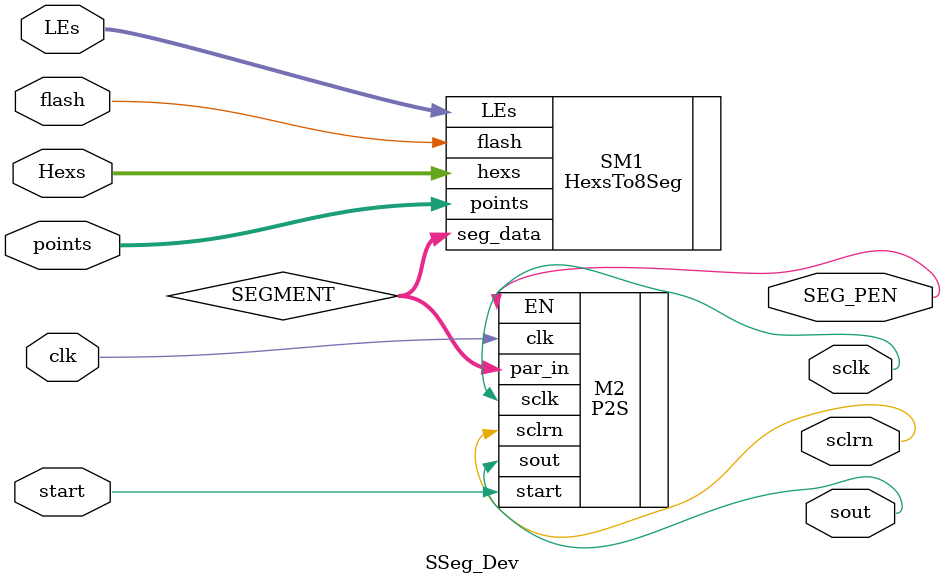
<source format=v>
`timescale 1ns / 1ps

//module SSeg_Dev(
//    input clk,
//    input flash,
//    input [31:0] Hexs,
//    input [7:0] LES,
//    input [7:0] point,
//    input rst,
//    input Start,
//    input seg_clk,
//    input seg_clrn,
//    input SEG_PEN,
//    input seg_sout
//);
module SSeg_Dev(
    input clk,
    input flash,
    input start,
    input [31:0] Hexs,
    input [7:0] points,
    input [7:0] LEs,
    output sclk,
    output sclrn,
    output sout,
    output SEG_PEN
);

   wire [63:0] SEGMENT;

   P2S #(.BIT_WIDTH(64)) M2 (.clk(clk), 
           .par_in(SEGMENT[63:0]), 
           .start(start), 
           .EN(SEG_PEN), 
           .sout(sout), 
           .sclk(sclk), 
           .sclrn(sclrn));

   HexsTo8Seg  SM1 (.flash(flash), 
                  .hexs(Hexs[31:0]), 
                  .LEs(LEs[7:0]), 
                  .points(points[7:0]), 
                  .seg_data(SEGMENT[63:0]));
    
endmodule

</source>
